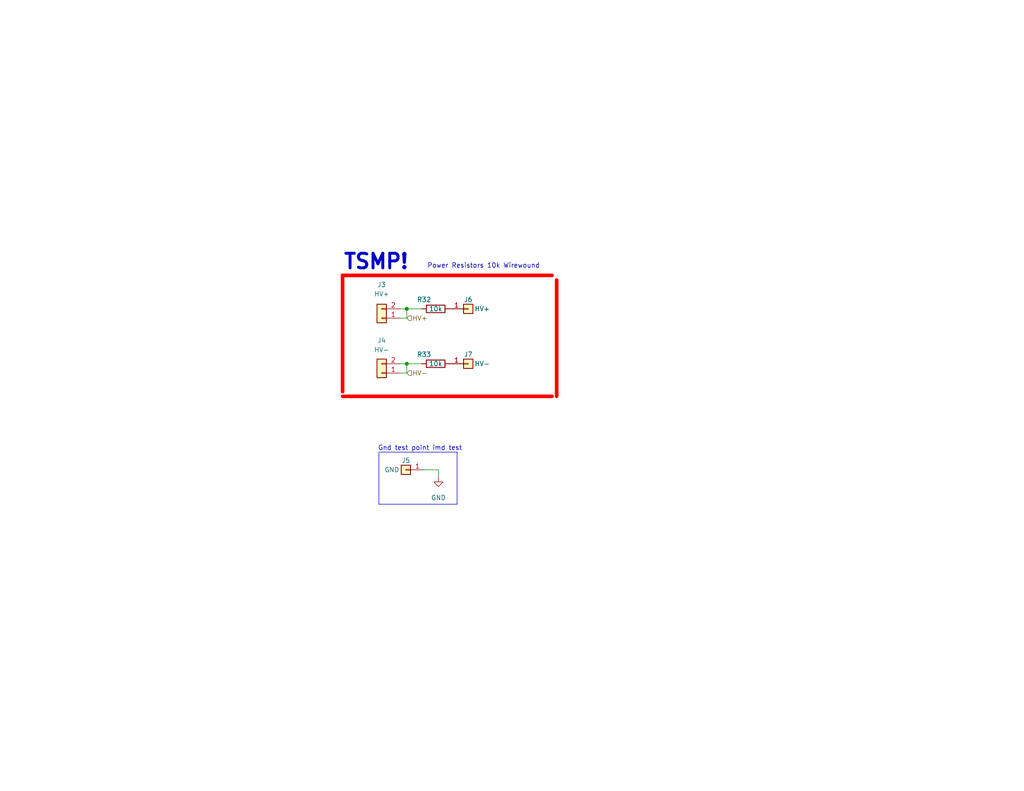
<source format=kicad_sch>
(kicad_sch (version 20230121) (generator eeschema)
  (paper "A")
  (title_block (title "TSMP") (date "2023-05-15") (rev "V 1.1") (company "AERO") (comment 1 "Colin Grund") (comment 2 "High voltage connnection to board as well as TSMP and gnd"))
  (lib_symbols
    (symbol "Connector_Generic:Conn_01x01" (pin_names (offset 1.016) hide)
      (property "Reference" "J" (at 0 2.54 0))
      (property "Value" "Conn_01x01" (at 0 -2.54 0))
      (symbol "Conn_01x01_1_1"
        (rectangle (start -1.27 0.127) (end 0 -0.127) (stroke (width 0.1524)))
        (rectangle (start -1.27 1.27) (end 1.27 -1.27) (stroke (width 0.254)) (fill (type background)))
        (pin passive line (at -5.08 0 0) (length 3.81) (name "Pin_1") (number "1"))
      )
    )
    (symbol "Connector_Generic:Conn_01x02" (pin_names (offset 1.016) hide)
      (property "Reference" "J" (at 0 2.54 0))
      (property "Value" "Conn_01x02" (at 0 -5.08 0))
      (symbol "Conn_01x02_1_1"
        (rectangle (start -1.27 -2.413) (end 0 -2.667) (stroke (width 0.1524)))
        (rectangle (start -1.27 0.127) (end 0 -0.127) (stroke (width 0.1524)))
        (rectangle (start -1.27 1.27) (end 1.27 -3.81) (stroke (width 0.254)) (fill (type background)))
        (pin passive line (at -5.08 0 0) (length 3.81) (name "Pin_1") (number "1"))
        (pin passive line (at -5.08 -2.54 0) (length 3.81) (name "Pin_2") (number "2"))
      )
    )
    (symbol "Device:R" (pin_numbers hide) (pin_names (offset 0))
      (property "Reference" "R" (at 2.032 0 90))
      (property "Value" "R" (at 0 0 90))
      (symbol "R_0_1"
        (rectangle (start -1.016 -2.54) (end 1.016 2.54) (stroke (width 0.254)))
      )
      (symbol "R_1_1"
        (pin passive line (at 0 3.81 270) (length 1.27) (name "~") (number "1"))
        (pin passive line (at 0 -3.81 90) (length 1.27) (name "~") (number "2"))
      )
    )
    (symbol "power:GND" (power) (pin_names (offset 0))
      (property "Value" "GND" (at 0 -3.81 0))
      (symbol "GND_0_1"
        (polyline (pts (xy 0 0) (xy 0 -1.27) (xy 1.27 -1.27) (xy 0 -2.54) (xy -1.27 -1.27) (xy 0 -1.27)))
      )
      (symbol "GND_1_1"
        (pin power_in line (at 0 0 270) (length 0) hide (name "GND") (number "1"))
      )
    )
  )
  (junction (at 110.998 84.328))
  (junction (at 110.998 99.314))
  (polyline (pts (xy 124.714 123.444) (xy 124.714 137.668)))
  (polyline (pts (xy 124.714 137.668) (xy 103.378 137.668)))
  (wire (pts (xy 110.998 99.314) (xy 115.062 99.314)))
  (wire (pts (xy 110.998 86.868) (xy 110.998 84.328)))
  (wire (pts (xy 109.22 86.868) (xy 110.998 86.868)))
  (polyline (pts (xy 93.472 75.184) (xy 150.622 75.184)) (stroke (width 0.9906) (color 253 0 0 1)))
  (wire (pts (xy 110.998 84.328) (xy 115.062 84.328)))
  (polyline (pts (xy 103.378 137.668) (xy 103.378 123.444)))
  (polyline (pts (xy 151.892 76.454) (xy 151.892 108.204)) (stroke (width 0.9906) (color 255 0 0 1)))
  (wire (pts (xy 109.22 84.328) (xy 110.998 84.328)))
  (polyline (pts (xy 150.622 108.204) (xy 93.472 108.204)) (stroke (width 0.9906) (color 255 0 0 1)))
  (polyline (pts (xy 93.472 106.934) (xy 93.472 75.184)) (stroke (width 0.9906) (color 255 0 0 1)))
  (wire (pts (xy 110.998 101.854) (xy 110.998 99.314)))
  (wire (pts (xy 115.824 128.27) (xy 119.634 128.27)))
  (polyline (pts (xy 103.632 123.444) (xy 124.714 123.444)))
  (wire (pts (xy 109.22 101.854) (xy 110.998 101.854)))
  (wire (pts (xy 119.634 128.27) (xy 119.634 130.302)))
  (wire (pts (xy 109.22 99.314) (xy 110.998 99.314)))
  (text "TSMP!" (at 93.472 73.914 0) (effects (font (size 3.9878 3.9878) (thickness 0.7976) bold) (justify left bottom)))
  (text "Power Resistors 10k Wirewound" (at 116.586 73.406 0) (effects (font (size 1.27 1.27)) (justify left bottom)))
  (text "Gnd test point imd test" (at 103.124 123.19 0) (effects (font (size 1.27 1.27)) (justify left bottom)))
  (hierarchical_label "HV-" (shape input) (at 110.998 101.854 0))
  (hierarchical_label "HV+" (shape input) (at 110.998 86.868 0))
  (symbol (lib_id "Connector_Generic:Conn_01x01") (at 110.744 128.27 0) (mirror y) (unit 1)
    (property "Reference" "J5" (at 110.744 125.73 0))
    (property "Value" "GND" (at 106.934 128.27 0))
    (property "Footprint" "Connector_Hirose:Hirose_DF63M-1P-3.96DSA_1x01_P3.96mm_Vertical" (effects hide))
  )
  (symbol (lib_id "Connector_Generic:Conn_01x01") (at 127.762 84.328 0) (mirror x) (unit 1)
    (property "Reference" "J6" (at 127.762 81.788 0))
    (property "Value" "HV+" (at 131.572 84.328 0))
    (property "Footprint" "Connector_Hirose:Hirose_DF63M-1P-3.96DSA_1x01_P3.96mm_Vertical" (effects hide))
  )
  (symbol (lib_id "Connector_Generic:Conn_01x01") (at 127.762 99.314 0) (mirror x) (unit 1)
    (property "Reference" "J7" (at 127.762 96.774 0))
    (property "Value" "HV-" (at 131.572 99.314 0))
    (property "Footprint" "Connector_Hirose:Hirose_DF63M-1P-3.96DSA_1x01_P3.96mm_Vertical" (effects hide))
  )
  (symbol (lib_id "Device:R") (at 118.872 99.314 90) (unit 1)
    (property "Reference" "R33" (at 115.697 96.774 90))
    (property "Value" "10k" (at 118.872 99.314 90))
    (property "Footprint" "Resistor_THT:R_Axial_Power_L50.0mm_W9.0mm_P60.96mm" (effects hide))
  )
  (symbol (lib_id "Connector_Generic:Conn_01x02") (at 104.14 86.868 180) (unit 1)
    (property "Reference" "J3" (at 104.14 77.724 0))
    (property "Value" "HV+" (at 104.14 80.264 0))
    (property "Footprint" "Connector_Hirose:Hirose_DF63R-2P-3.96DSA_1x02_P3.96mm_Vertical" (effects hide))
  )
  (symbol (lib_id "Connector_Generic:Conn_01x02") (at 104.14 101.854 180) (unit 1)
    (property "Reference" "J4" (at 104.14 92.964 0))
    (property "Value" "HV-" (at 104.14 95.504 0))
    (property "Footprint" "Connector_Hirose:Hirose_DF63R-2P-3.96DSA_1x02_P3.96mm_Vertical" (effects hide))
  )
  (symbol (lib_id "power:GND") (at 119.634 130.302 0) (unit 1)
    (property "Reference" "#PWR046" (effects hide))
    (property "Value" "GND" (at 119.634 135.89 0))
  )
  (symbol (lib_id "Device:R") (at 118.872 84.328 90) (unit 1)
    (property "Reference" "R32" (at 115.697 81.788 90))
    (property "Value" "10k" (at 118.872 84.328 90))
    (property "Footprint" "Resistor_THT:R_Axial_Power_L50.0mm_W9.0mm_P60.96mm" (effects hide))
  )
)
</source>
